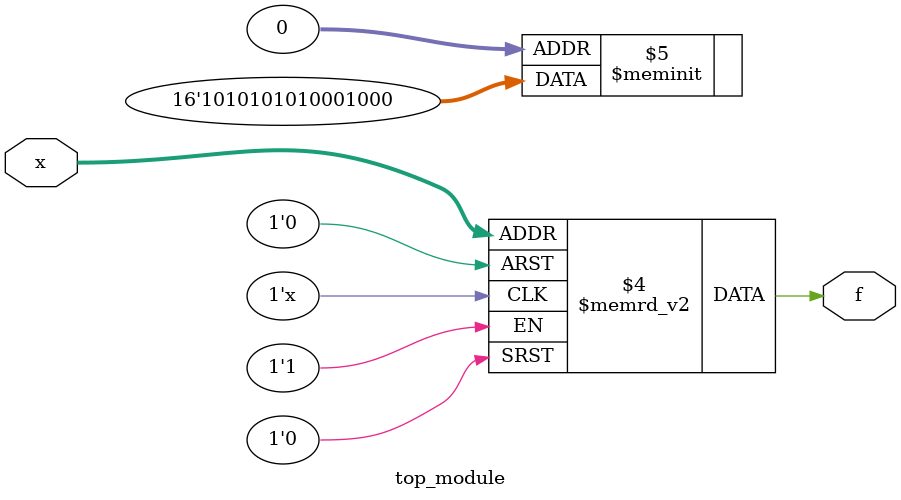
<source format=sv>
module top_module (
    input [4:1] x,
    output logic f
);

always_comb begin
    case ({x[4], x[3], x[2], x[1]})
        4'b0000, 4'b0100, 4'b1010, 4'b1100: f = 1'b0;
        4'b0011, 4'b0111: f = 1'b1;
        4'b1001, 4'b1011, 4'b1101, 4'b1111: f = 1'b1;
        default: f = 1'b0; // Don't care cases
    endcase
end

endmodule

</source>
